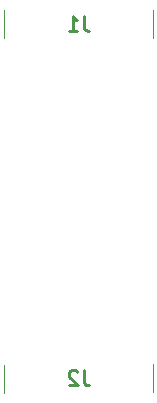
<source format=gbr>
%TF.GenerationSoftware,KiCad,Pcbnew,(6.0.6)*%
%TF.CreationDate,2022-09-06T16:34:49-05:00*%
%TF.ProjectId,etl_module_pcb_mockup_v3p3,65746c5f-6d6f-4647-956c-655f7063625f,rev?*%
%TF.SameCoordinates,Original*%
%TF.FileFunction,Legend,Bot*%
%TF.FilePolarity,Positive*%
%FSLAX46Y46*%
G04 Gerber Fmt 4.6, Leading zero omitted, Abs format (unit mm)*
G04 Created by KiCad (PCBNEW (6.0.6)) date 2022-09-06 16:34:49*
%MOMM*%
%LPD*%
G01*
G04 APERTURE LIST*
%ADD10C,0.254000*%
%ADD11C,0.100000*%
G04 APERTURE END LIST*
D10*
%TO.C,J1*%
X22473333Y-13054523D02*
X22473333Y-13961666D01*
X22533809Y-14143095D01*
X22654761Y-14264047D01*
X22836190Y-14324523D01*
X22957142Y-14324523D01*
X21203333Y-14324523D02*
X21929047Y-14324523D01*
X21566190Y-14324523D02*
X21566190Y-13054523D01*
X21687142Y-13235952D01*
X21808095Y-13356904D01*
X21929047Y-13417380D01*
%TO.C,J2*%
X22473333Y-43054523D02*
X22473333Y-43961666D01*
X22533809Y-44143095D01*
X22654761Y-44264047D01*
X22836190Y-44324523D01*
X22957142Y-44324523D01*
X21929047Y-43175476D02*
X21868571Y-43115000D01*
X21747619Y-43054523D01*
X21445238Y-43054523D01*
X21324285Y-43115000D01*
X21263809Y-43175476D01*
X21203333Y-43296428D01*
X21203333Y-43417380D01*
X21263809Y-43598809D01*
X21989523Y-44324523D01*
X21203333Y-44324523D01*
D11*
%TO.C,J1*%
X28350000Y-14925000D02*
X28350000Y-12500000D01*
X15750000Y-14950000D02*
X15750000Y-12575000D01*
%TO.C,J2*%
X15750000Y-44950000D02*
X15750000Y-42575000D01*
X28350000Y-44925000D02*
X28350000Y-42500000D01*
%TD*%
M02*

</source>
